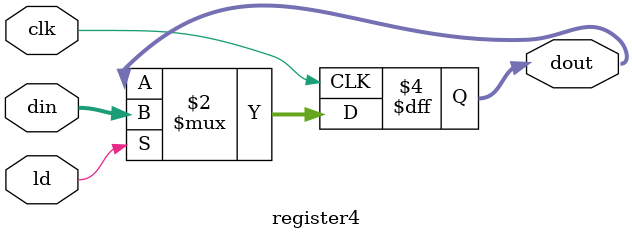
<source format=v>
module register4 (
	input [3:0] din,
	input ld,
	input clk,
	output reg [3:0] dout
	);
	always @(posedge clk)
		if (ld)
			dout <= din;
endmodule
</source>
